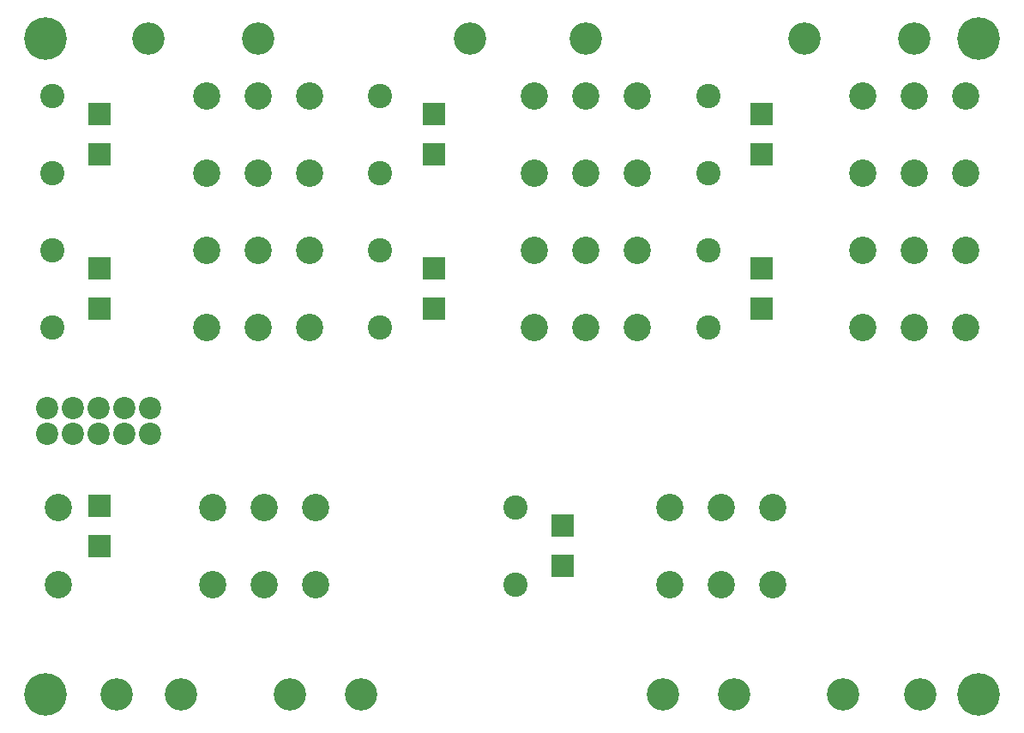
<source format=gbr>
%FSLAX34Y34*%
%MOMM*%
%LNSOLDERMASK_BOTTOM*%
G71*
G01*
%ADD10C, 2.400*%
%ADD11C, 2.700*%
%ADD12C, 3.200*%
%ADD13R, 2.200X2.200*%
%ADD14C, 2.200*%
%ADD15C, 4.200*%
%LPD*%
X679450Y-82551D02*
G54D10*
D03*
X679450Y-158751D02*
G54D10*
D03*
X831850Y-82551D02*
G54D11*
D03*
X882650Y-82551D02*
G54D11*
D03*
X933450Y-82551D02*
G54D11*
D03*
X831850Y-158751D02*
G54D11*
D03*
X882650Y-158751D02*
G54D11*
D03*
X933450Y-158751D02*
G54D11*
D03*
X882650Y-25400D02*
G54D12*
D03*
X558800Y-25400D02*
G54D12*
D03*
X234950Y-25400D02*
G54D12*
D03*
X31750Y-234951D02*
G54D10*
D03*
X31750Y-311151D02*
G54D10*
D03*
X184150Y-234951D02*
G54D11*
D03*
X234950Y-234951D02*
G54D11*
D03*
X285750Y-234951D02*
G54D11*
D03*
X184150Y-311151D02*
G54D11*
D03*
X234950Y-311151D02*
G54D11*
D03*
X285750Y-311151D02*
G54D11*
D03*
X31750Y-82551D02*
G54D10*
D03*
X31750Y-158751D02*
G54D10*
D03*
X184150Y-82551D02*
G54D11*
D03*
X234950Y-82551D02*
G54D11*
D03*
X285750Y-82551D02*
G54D11*
D03*
X184150Y-158751D02*
G54D11*
D03*
X234950Y-158751D02*
G54D11*
D03*
X285750Y-158751D02*
G54D11*
D03*
X355600Y-82551D02*
G54D10*
D03*
X355600Y-158751D02*
G54D10*
D03*
X508000Y-82551D02*
G54D11*
D03*
X558800Y-82551D02*
G54D11*
D03*
X609600Y-82551D02*
G54D11*
D03*
X508000Y-158751D02*
G54D11*
D03*
X558800Y-158751D02*
G54D11*
D03*
X609600Y-158751D02*
G54D11*
D03*
X355601Y-234952D02*
G54D10*
D03*
X355601Y-311152D02*
G54D10*
D03*
X508001Y-234952D02*
G54D11*
D03*
X558801Y-234952D02*
G54D11*
D03*
X609601Y-234952D02*
G54D11*
D03*
X508001Y-311152D02*
G54D11*
D03*
X558801Y-311152D02*
G54D11*
D03*
X609601Y-311152D02*
G54D11*
D03*
X679450Y-234951D02*
G54D10*
D03*
X679450Y-311151D02*
G54D10*
D03*
X831850Y-234951D02*
G54D11*
D03*
X882650Y-234951D02*
G54D11*
D03*
X933450Y-234951D02*
G54D11*
D03*
X831850Y-311151D02*
G54D11*
D03*
X882650Y-311151D02*
G54D11*
D03*
X933450Y-311151D02*
G54D11*
D03*
X488950Y-488952D02*
G54D10*
D03*
X488950Y-565152D02*
G54D10*
D03*
X641350Y-488952D02*
G54D11*
D03*
X692150Y-488952D02*
G54D11*
D03*
X742950Y-488952D02*
G54D11*
D03*
X641350Y-565152D02*
G54D11*
D03*
X692150Y-565152D02*
G54D11*
D03*
X742950Y-565152D02*
G54D11*
D03*
X38100Y-488951D02*
G54D11*
D03*
X38100Y-565151D02*
G54D11*
D03*
X190500Y-488951D02*
G54D11*
D03*
X241300Y-488951D02*
G54D11*
D03*
X292100Y-488951D02*
G54D11*
D03*
X190500Y-565151D02*
G54D11*
D03*
X241300Y-565151D02*
G54D11*
D03*
X292100Y-565151D02*
G54D11*
D03*
X95250Y-673100D02*
G54D12*
D03*
X266700Y-673100D02*
G54D12*
D03*
X704850Y-673100D02*
G54D12*
D03*
X812800Y-673100D02*
G54D12*
D03*
X127000Y-25400D02*
G54D12*
D03*
X444500Y-25400D02*
G54D12*
D03*
X774700Y-25400D02*
G54D12*
D03*
X158750Y-673100D02*
G54D12*
D03*
X336550Y-673100D02*
G54D12*
D03*
X635000Y-673100D02*
G54D12*
D03*
X889000Y-673100D02*
G54D12*
D03*
X78449Y-139724D02*
G54D13*
D03*
X78449Y-100024D02*
G54D13*
D03*
X128492Y-390098D02*
G54D14*
D03*
X128492Y-415498D02*
G54D14*
D03*
X103092Y-390098D02*
G54D14*
D03*
X103092Y-415498D02*
G54D14*
D03*
X77692Y-390098D02*
G54D14*
D03*
X77692Y-415498D02*
G54D14*
D03*
X52292Y-390098D02*
G54D14*
D03*
X52292Y-415498D02*
G54D14*
D03*
X26892Y-390098D02*
G54D14*
D03*
X26892Y-415498D02*
G54D14*
D03*
X408649Y-139724D02*
G54D13*
D03*
X408649Y-100024D02*
G54D13*
D03*
X732499Y-139724D02*
G54D13*
D03*
X732499Y-100024D02*
G54D13*
D03*
X78449Y-292124D02*
G54D13*
D03*
X78449Y-252424D02*
G54D13*
D03*
X408649Y-292124D02*
G54D13*
D03*
X408649Y-252424D02*
G54D13*
D03*
X732499Y-292124D02*
G54D13*
D03*
X732499Y-252424D02*
G54D13*
D03*
X535649Y-546124D02*
G54D13*
D03*
X535649Y-506424D02*
G54D13*
D03*
X78449Y-527074D02*
G54D13*
D03*
X78449Y-487374D02*
G54D13*
D03*
X946150Y-25400D02*
G54D15*
D03*
X25400Y-25400D02*
G54D15*
D03*
X25400Y-673100D02*
G54D15*
D03*
X946150Y-673100D02*
G54D15*
D03*
M02*

</source>
